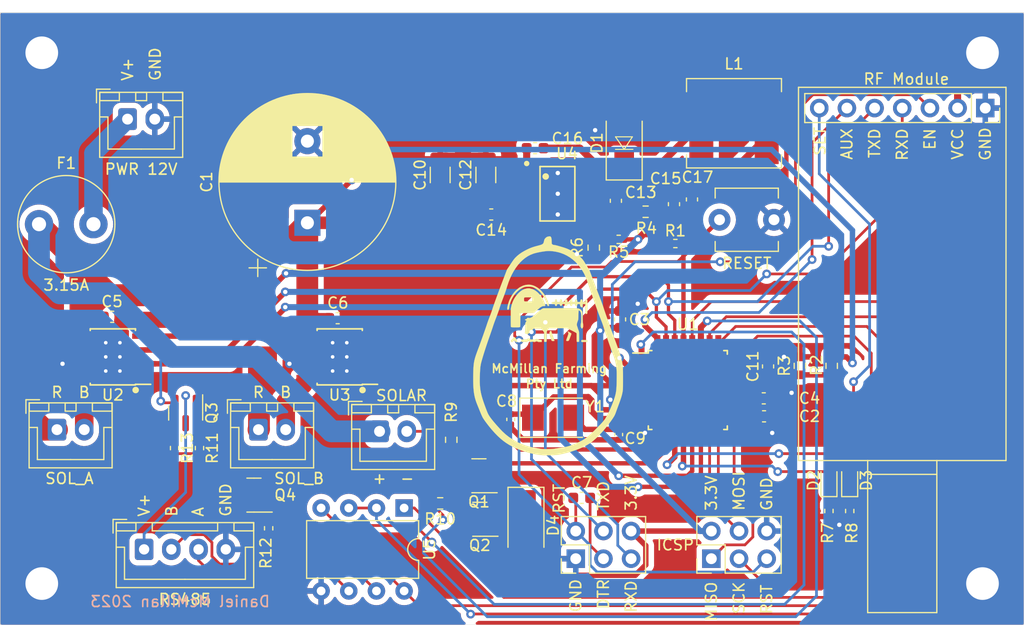
<source format=kicad_pcb>
(kicad_pcb (version 20221018) (generator pcbnew)
  (layers (0 "F.Cu" signal) (31 "B.Cu" signal) (34 "B.Paste" user) (35 "F.Paste" user) (36 "B.SilkS" user "B.Silkscreen") (37 "F.SilkS" user "F.Silkscreen") (38 "B.Mask" user) (39 "F.Mask" user) (44 "Edge.Cuts" user))
  (net 0 "")
  (net 1 "GND")
  (net 2 "+12V")
  (net 3 "+3.3V")
  (net 4 "Net-(U1-AREF)")
  (net 5 "/RESET")
  (net 6 "/DTR")
  (net 7 "Net-(U1-XTAL1{slash}PB6)")
  (net 8 "Net-(U1-XTAL2{slash}PB7)")
  (net 9 "/BAT_AIN")
  (net 10 "Net-(U4-COMP)")
  (net 11 "Net-(U4-SS)")
  (net 12 "Net-(C15-Pad1)")
  (net 13 "Net-(D1-K)")
  (net 14 "Net-(U4-BOOT)")
  (net 15 "Net-(D2-K)")
  (net 16 "/SOL_A2")
  (net 17 "/SOL_A1")
  (net 18 "/RF_SET")
  (net 19 "/RF_AUX")
  (net 20 "/RXD")
  (net 21 "/TXD")
  (net 22 "/RF_EN")
  (net 23 "/MOSI")
  (net 24 "/SCK")
  (net 25 "/MISO")
  (net 26 "/SOL_B2")
  (net 27 "/SOL_B1")
  (net 28 "Net-(D3-K)")
  (net 29 "Net-(D4-K)")
  (net 30 "Net-(J6-Pin_1)")
  (net 31 "/DRV_A2")
  (net 32 "/DRV_A1")
  (net 33 "/DRV_B2")
  (net 34 "/DRV_B1")
  (net 35 "Net-(J8-Pin_1)")
  (net 36 "/LED_1")
  (net 37 "Net-(J8-Pin_2)")
  (net 38 "/LED_2")
  (net 39 "Net-(J8-Pin_3)")
  (net 40 "/PD3")
  (net 41 "/PC3")
  (net 42 "/PC2")
  (net 43 "/SOLAR_LOW")
  (net 44 "Net-(Q1-G)")
  (net 45 "Net-(Q2-B)")
  (net 46 "Net-(Q3-B)")
  (net 47 "Net-(Q4-B)")
  (net 48 "Net-(Q4-C)")
  (net 49 "Net-(U4-VSENSE)")
  (net 53 "/PC4")
  (net 54 "/PC5")
  (footprint "Capacitor_THT:CP_Radial_D16.0mm_P7.50mm" (layer "F.Cu") (at 110.49 86.995 90)
    (fp_text reference "C1")
    (fp_text value "4700uF")
  )
  (footprint "Capacitor_SMD:C_0603_1608Metric" (layer "F.Cu") (at 152.413 104.775)
    (fp_text reference "C2")
    (fp_text value "100nF")
  )
  (footprint "Capacitor_SMD:C_0603_1608Metric" (layer "F.Cu") (at 139.192 95.872 90)
    (fp_text reference "C3")
    (fp_text value "100nF")
  )
  (footprint "Capacitor_SMD:C_0603_1608Metric" (layer "F.Cu") (at 152.387 103.124)
    (fp_text reference "C4")
    (fp_text value "100nF")
  )
  (footprint "Capacitor_SMD:C_0603_1608Metric" (layer "F.Cu") (at 92.57 95.631 180)
    (fp_text reference "C5")
    (fp_text value "100nF")
  )
  (footprint "Capacitor_SMD:C_0603_1608Metric" (layer "F.Cu") (at 113.271 95.758 180)
    (fp_text reference "C6")
    (fp_text value "100nF")
  )
  (footprint "Capacitor_SMD:C_0603_1608Metric" (layer "F.Cu") (at 135.6738 112.268 180)
    (fp_text reference "C7")
    (fp_text value "100nF")
  )
  (footprint "Capacitor_SMD:C_0402_1005Metric" (layer "F.Cu") (at 129.159 105.057 90)
    (fp_text reference "C8")
    (fp_text value "22pF")
  )
  (footprint "Capacitor_SMD:C_0402_1005Metric" (layer "F.Cu") (at 139.065 106.454 90)
    (fp_text reference "C9")
    (fp_text value "22pF")
  )
  (footprint "Capacitor_SMD:C_0603_1608Metric" (layer "F.Cu") (at 152.781 100.19 90)
    (fp_text reference "C11")
    (fp_text value "100nF")
  )
  (footprint "Inductor_THT:L_Radial_D8.7mm_P5.00mm_Fastron_07HCP" (layer "F.Cu") (at 85.852 87.122)
    (fp_text reference "F1")
    (fp_text value "3.15A")
  )
  (footprint "MountingHole:MountingHole_3mm_Pad" (layer "F.Cu") (at 86.106 120.142)
    (fp_text reference "H2")
    (fp_text value "MountingHole_Pad" hide)
  )
  (footprint "MountingHole:MountingHole_3mm_Pad" (layer "F.Cu") (at 86.106 71.374)
    (fp_text reference "H3")
    (fp_text value "MountingHole_Pad" hide)
  )
  (footprint "MountingHole:MountingHole_3mm_Pad" (layer "F.Cu") (at 172.466 71.374)
    (fp_text reference "H4")
    (fp_text value "MountingHole_Pad" hide)
  )
  (footprint "Connector_JST:JST_XH_B2B-XH-A_1x02_P2.50mm_Vertical" (layer "F.Cu") (at 87.503 106)
    (fp_text reference "J1")
    (fp_text value "SOL_A")
  )
  (footprint "lib:YL_800T" (layer "F.Cu") (at 172.72 76.454 -90)
    (fp_text reference "J2")
    (fp_text value "RF Module")
  )
  (footprint "Connector_PinHeader_2.54mm:PinHeader_2x03_P2.54mm_Vertical" (layer "F.Cu") (at 147.574 117.856 90)
    (fp_text reference "J3")
    (fp_text value "ICSP")
  )
  (footprint "Connector_JST:JST_XH_B2B-XH-A_1x02_P2.50mm_Vertical" (layer "F.Cu") (at 106 106)
    (fp_text reference "J5")
    (fp_text value "SOL_B")
  )
  (footprint "Connector_JST:JST_XH_B2B-XH-A_1x02_P2.50mm_Vertical" (layer "F.Cu") (at 93.98 77.47)
    (fp_text reference "J6")
    (fp_text value "PWR 12V")
  )
  (footprint "Connector_PinHeader_2.54mm:PinHeader_2x03_P2.54mm_Vertical" (layer "F.Cu") (at 135.128 117.856 90)
    (fp_text reference "J7")
    (fp_text value "UART")
  )
  (footprint "Resistor_SMD:R_0402_1005Metric" (layer "F.Cu") (at 144.27 88.9)
    (fp_text reference "R1")
    (fp_text value "10k")
  )
  (footprint "Resistor_SMD:R_0603_1608Metric" (layer "F.Cu") (at 158.623 100.139 -90)
    (fp_text reference "R2")
    (fp_text value "5.1M")
  )
  (footprint "Resistor_SMD:R_0603_1608Metric" (layer "F.Cu") (at 155.702 100.14 90)
    (fp_text reference "R3")
    (fp_text value "390k")
  )
  (footprint "lib:SW_SPST_THT_5.0mm" (layer "F.Cu") (at 150.8252 86.7156)
    (fp_text reference "SW1")
    (fp_text value "RESET")
  )
  (footprint "Package_QFP:TQFP-32_7x7mm_P0.8mm" (layer "F.Cu") (at 145.415 102.362)
    (fp_text reference "U1")
    (fp_text value "ATmega328P-AU")
  )
  (footprint "Package_SO:Texas_HTSOP-8-1EP_3.9x4.9mm_P1.27mm_EP2.95x4.9mm_Mask2.4x3.1mm_ThermalVias" (layer "F.Cu") (at 92.629 99.314 180)
    (fp_text reference "U2")
    (fp_text value "DRV8870DDA")
  )
  (footprint "Package_SO:Texas_HTSOP-8-1EP_3.9x4.9mm_P1.27mm_EP2.95x4.9mm_Mask2.4x3.1mm_ThermalVias" (layer "F.Cu") (at 113.457 99.314 180)
    (fp_text reference "U3")
    (fp_text value "DRV8870DDA")
  )
  (footprint "Crystal:Crystal_SMD_5032-2Pin_5.0x3.2mm" (layer "F.Cu") (at 133.041 104.902)
    (fp_text reference "Y1")
    (fp_text value "8MHz")
  )
  (footprint "LED_SMD:LED_0603_1608Metric" (layer "F.Cu") (at 158.369 110.6675 90)
    (fp_text reference "D2")
    (fp_text value "LED")
  )
  (footprint "LED_SMD:LED_0603_1608Metric" (layer "F.Cu") (at 160.274 110.6675 90)
    (fp_text reference "D3")
    (fp_text value "LED")
  )
  (footprint "Resistor_SMD:R_0402_1005Metric" (layer "F.Cu") (at 158.369 113.4725 -90)
    (fp_text reference "R7")
    (fp_text value "330")
  )
  (footprint "Resistor_SMD:R_0402_1005Metric" (layer "F.Cu") (at 160.278 113.4765 -90)
    (fp_text reference "R8")
    (fp_text value "330")
  )
  (footprint "Resistor_SMD:R_0603_1608Metric" (layer "F.Cu") (at 136.779 89.281 -90)
    (fp_text reference "R6")
    (fp_text value "3k")
  )
  (footprint "Resistor_SMD:R_0402_1005Metric" (layer "F.Cu") (at 139.067 88.519 180)
    (fp_text reference "R5")
    (fp_text value "10k")
  )
  (footprint "Resistor_SMD:R_0603_1608Metric" (layer "F.Cu") (at 141.542 85.979)
    (fp_text reference "R4")
    (fp_text value "750")
  )
  (footprint "lib:L_8x8mm_H4mm" (layer "F.Cu") (at 149.654 77.851)
    (fp_text reference "L1")
    (fp_text value "33uH")
  )
  (footprint "Diode_SMD:D_SMA" (layer "F.Cu") (at 139.573 79.661 90)
    (fp_text reference "D1")
    (fp_text value "550mV 1A")
  )
  (footprint "Capacitor_SMD:C_0603_1608Metric" (layer "F.Cu") (at 145.796 84.849 90)
    (fp_text reference "C17")
    (fp_text value "22uF 6.3V")
  )
  (footprint "Capacitor_SMD:C_0603_1608Metric" (layer "F.Cu") (at 138.811 84.976 90)
    (fp_text reference "C13")
    (fp_text value "6.8nF")
  )
  (footprint "Capacitor_SMD:C_1206_3216Metric" (layer "F.Cu") (at 122.682 82.599 90)
    (fp_text reference "C10")
    (fp_text value "10uF")
  )
  (footprint "Capacitor_SMD:C_0603_1608Metric" (layer "F.Cu") (at 127.368 86.233 180)
    (fp_text reference "C14")
    (fp_text value "8.2nF")
  )
  (footprint "Capacitor_SMD:C_0603_1608Metric" (layer "F.Cu") (at 144.145 85.283 90)
    (fp_text reference "C15")
    (fp_text value "22nF 25V")
  )
  (footprint "Capacitor_SMD:C_0603_1608Metric" (layer "F.Cu") (at 131.3945 80.137 180)
    (fp_text reference "C16")
    (fp_text value "100nF")
  )
  (footprint "Capacitor_SMD:C_1206_3216Metric" (layer "F.Cu") (at 126.873 82.599 90)
    (fp_text reference "C12")
    (fp_text value "10uF")
  )
  (footprint "TPS54331DR:Texas_Instruments-TPS54331DR-Level_A" (layer "F.Cu") (at 133.446002 84.328)
    (fp_text reference "U4")
    (fp_text value "TPS54331DR")
  )
  (footprint "lib:avocado" (layer "F.Cu") (at 132.75695 98.364395)
    (fp_text reference "G***" hide)
    (fp_text value "LOGO" hide)
  )
  (footprint "Connector_JST:JST_XH_B4B-XH-A_1x04_P2.50mm_Vertical" (layer "F.Cu") (at 95.5 117)
    (fp_text reference "J8")
    (fp_text value "RS485")
  )
  (footprint "MountingHole:MountingHole_3mm_Pad" (layer "F.Cu") (at 172.466 120.142)
    (fp_text reference "H1")
    (fp_text value "MountingHole_Pad" hide)
  )
  (footprint "Connector_JST:JST_XH_B2B-XH-A_1x02_P2.50mm_Vertical" (layer "F.Cu") (at 117.114 106.155)
    (fp_text reference "J9")
    (fp_text value "SOLAR")
  )
  (footprint "Package_TO_SOT_SMD:SOT-23" (layer "F.Cu") (at 126.238 110.236 180)
    (fp_text reference "Q1")
    (fp_text value "N >1A@4VGS")
  )
  (footprint "Package_TO_SOT_SMD:SOT-23" (layer "F.Cu") (at 99.314 104.4725 -90)
    (fp_text reference "Q3")
    (fp_text value "PNP")
  )
  (footprint "Package_TO_SOT_SMD:SOT-23" (layer "F.Cu") (at 105.5855 112.014 180)
    (fp_text reference "Q4")
    (fp_text value "NPN")
  )
  (footprint "Diode_SMD:D_SMA" (layer "F.Cu") (at 130.556 114.808 -90)
    (fp_text reference "D4")
    (fp_text value "550mV 1A")
  )
  (footprint "Resistor_SMD:R_0402_1005Metric" (layer "F.Cu") (at 98.298 107.694 -90)
    (fp_text reference "R13")
    (fp_text value "20k")
  )
  (footprint "Package_TO_SOT_SMD:SOT-23" (layer "F.Cu") (at 126.3165 114.234 180)
    (fp_text reference "Q2")
    (fp_text value "PNP")
  )
  (footprint "Resistor_SMD:R_0402_1005Metric" (layer "F.Cu") (at 100.584 107.694 -90)
    (fp_text reference "R11")
    (fp_text value "10k")
  )
  (footprint "Resistor_SMD:R_0603_1608Metric" (layer "F.Cu") (at 122.682 112.776 180)
    (fp_text reference "R10")
    (fp_text value "220k")
  )
  (footprint "Package_DIP:DIP-8_W7.62mm" (layer "F.Cu") (at 119.37 113.2 -90)
    (fp_text reference "U5")
    (fp_text value "MAX3485")
  )
  (footprint "Resistor_SMD:R_0402_1005Metric" (layer "F.Cu") (at 106.934 115.062 90)
    (fp_text reference "R12")
    (fp_text value "10k")
  )
  (footprint "Resistor_SMD:R_0603_1608Metric" (layer "F.Cu") (at 123.698 106.934 90)
    (fp_text reference "R9")
    (fp_text value "220k")
  )
  (gr_line (start 82.296 67.691) (end 176.276 67.691) (stroke (width 0.05)) (layer "Edge.Cuts"))
  (gr_line (start 176.276 67.691) (end 176.276 123.952) (stroke (width 0.05)) (layer "Edge.Cuts"))
  (gr_line (start 82.296 123.952) (end 82.296 67.691) (stroke (width 0.05)) (layer "Edge.Cuts"))
  (gr_line (start 176.276 123.952) (end 82.296 123.952) (stroke (width 0.05)) (layer "Edge.Cuts"))
  (gr_text "Daniel McMillan 2023" (at 98.806 121.793) (layer "B.SilkS") (effects (font (size 1 1) (thickness 0.153)) (justify mirror)))
  (segment (start 138.303 83.693) (end 138.811 84.201) (width 0.65) (layer "F.Cu") (net 1))
  (segment (start 136.271 83.693) (end 138.303 83.693) (width 0.65) (layer "F.Cu") (net 1))
  (segment (start 122.809 81.124) (end 126.873 81.124) (width 1.15) (layer "F.Cu") (net 1))
  (segment (start 149.665 101.962) (end 154.032 101.962) (width 0.5) (layer "F.Cu") (net 1))
  (segment (start 139.989998 101.162) (end 139.262 101.162) (width 0.5) (layer "F.Cu") (net 1))
  (segment (start 129.159 105.792112) (end 129.159 105.537) (width 0.5) (layer "F.Cu") (net 1))
  (segment (start 130.556 116.808) (end 132.556 116.808) (width 0.25) (layer "F.Cu") (net 1))
  (segment (start 140.843 106.934) (end 141.478 106.299) (width 0.5) (layer "F.Cu") (net 1))
  (segment (start 139.065 106.934) (end 130.300888 106.934) (width 0.5) (layer "F.Cu") (net 1))
  (segment (start 144.145 84.508) (end 145.362 84.508) (width 0.25) (layer "F.Cu") (net 1))
  (segment (start 149.665 101.962) (end 152 101.962) (width 0.5) (layer "F.Cu") (net 1))
  (segment (start 89.754 99.949) (end 88.011 99.949) (width 0.5) (layer "F.Cu") (net 1))
  (segment (start 133.604 117.856) (end 135.128 117.856) (width 0.25) (layer "F.Cu") (net 1))
  (segment (start 145.362 84.508) (end 145.796 84.074) (width 0.25) (layer "F.Cu") (net 1))
  (segment (start 132.556 116.808) (end 133.604 117.856) (width 0.25) (layer "F.Cu") (net 1))
  (segment (start 130.300888 106.934) (end 129.159 105.792112) (width 0.5) (layer "F.Cu") (net 1))
  (segment (start 139.262 101.162) (end 138.43 100.33) (width 0.5) (layer "F.Cu") (net 1))
  (segment (start 152 101.962) (end 153.162 103.124) (width 0.5) (layer "F.Cu") (net 1))
  (segment (start 108.839 99.949) (end 110.582 99.949) (width 0.5) (layer "F.Cu") (net 1))
  (segment (start 141.165 102.762) (end 138.792 102.762) (width 0.5) (layer "F.Cu") (net 1))
  (segment (start 140.843 106.934) (end 139.065 106.934) (width 0.5) (layer "F.Cu") (net 1))
  (segment (start 141.165 101.162) (end 139.989998 101.162) (width 0.5) (layer "F.Cu") (net 1))
  (segment (start 138.792 102.762) (end 138.303 103.251) (width 0.5) (layer "F.Cu") (net 1))
  (via (at 133.477 84.328) (size 0.8) (drill 0.4) (layers "F.Cu" "B.Cu") (net 1))
  (via (at 133.477 82.423) (size 0.8) (drill 0.4) (layers "F.Cu" "B.Cu") (net 1))
  (via (at 133.477 86.233) (size 0.8) (drill 0.4) (layers "F.Cu" "B.Cu") (net 1))
  (via (at 138.303 103.251) (size 0.8) (drill 0.4) (layers "F.Cu" "B.Cu") (net 1))
  (via (at 135.2296 89.8652) (size 0.8) (drill 0.4) (layers "F.Cu" "B.Cu") (net 1))
  (via (at 88.011 99.949) (size 0.8) (drill 0.4) (layers "F.Cu" "B.Cu") (net 1))
  (via (at 136.906 78.486) (size 0.8) (drill 0.4) (layers "F.Cu" "B.Cu") (net 1))
  (via (at 153.162 106.299) (size 0.8) (drill 0.4) (layers "F.Cu" "B.Cu") (net 1))
  (via (at 154.2415 99.314) (size 0.8) (drill 0.4) (layers "F.Cu" "B.Cu") (net 1))
  (via (at 108.839 99.949) (size 0.8) (drill 0.4) (layers "F.Cu" "B.Cu") (net 1))
  (via (at 141.478 106.299) (size 0.8) (drill 0.4) (layers "F.Cu" "B.Cu") (net 1))
  (via (at 154.94 102.616) (size 0.8) (drill 0.4) (layers "F.Cu" "B.Cu") (net 1))
  (via (at 159.3215 114.7445) (size 0.8) (drill 0.4) (layers "F.Cu" "B.Cu") (net 1))
  (via (at 140.8176 94.4372) (size 0.8) (drill 0.4) (layers "F.Cu" "B.Cu") (net 1))
  (segment (start 122.809 84.074) (end 126.873 84.074) (width 1.15) (layer "F.Cu") (net 2))
  (segment (start 122.301 84.074) (end 122.682 84.074) (width 1.15) (layer "F.Cu") (net 2))
  (segment (start 98.298 103.601) (end 98.298 107.184) (width 0.25) (layer "F.Cu") (net 2))
  (segment (start 93.65599 93.65599) (end 92.38599 93.65599) (width 2) (layer "F.Cu") (net 2))
  (segment (start 158.623 99.314) (end 159.9692 99.314) (width 0.5) (layer "F.Cu") (net 2))
  (segment (start 100.116988 93.65599) (end 93.65599 93.65599) (width 2) (layer "F.Cu") (net 2))
  (segment (start 110.49 86.995) (end 103.82901 93.65599) (width 2) (layer "F.Cu") (net 2))
  (segment (start 114.554 83.058) (end 110.617 86.995) (width 0.5) (layer "F.Cu") (net 2))
  (segment (start 159.9692 99.314) (end 160.528 99.8728) (width 0.5) (layer "F.Cu") (net 2))
  (segment (start 130.621001 83.693) (end 127.254 83.693) (width 0.65) (layer "F.Cu") (net 2))
  (segment (start 127.254 83.693) (end 126.873 84.074) (width 0.65) (layer "F.Cu") (net 2))
  (segment (start 98.364 103.535) (end 97.185 103.535) (width 0.25) (layer "F.Cu") (net 2))
  (segment (start 110.718 86.995) (end 110.49 86.995) (width 0.65) (layer "F.Cu") (net 2))
  (segment (start 89.653999 90.923999) (end 85.852 87.122) (width 2) (layer "F.Cu") (net 2))
  (segment (start 110.617 86.995) (end 110.49 86.995) (width 0.5) (layer "F.Cu") (net 2))
  (segment (start 110.481999 87.003001) (end 110.481999 96.765999) (width 2) (layer "F.Cu") (net 2))
  (segment (start 112.496 95.758) (end 111.489998 95.758) (width 0.95) (layer "F.Cu") (net 2))
  (segment (start 93.65599 93.65599) (end 91.662008 93.65599) (width 2) (layer "F.Cu") (net 2))
  (segment (start 91.795 95.631) (end 90.632 95.631) (width 0.95) (layer "F.Cu") (net 2))
  (segment (start 89.653999 96.688) (end 89.653999 90.923999) (width 2) (layer "F.Cu") (net 2))
  (segment (start 92.38599 93.65599) (end 89.653999 90.923999) (width 2) (layer "F.Cu") (net 2))
  (segment (start 100.116988 93.65599) (end 103.82901 93.65599) (width 2) (layer "F.Cu") (net 2))
  (segment (start 110.49 86.995) (end 110.481999 87.003001) (width 2) (layer "F.Cu") (net 2))
  (segment (start 89.653999 96.609001) (end 89.653999 96.688) (width 0.65) (layer "F.Cu") (net 2))
  (segment (start 98.364 103.535) (end 98.298 103.601) (width 0.25) (layer "F.Cu") (net 2))
  (segment (start 97.185 103.535) (end 97.028 103.378) (width 0.25) (layer "F.Cu") (net 2))
  (segment (start 91.662008 93.65599) (end 89.653999 95.663999) (width 2) (layer "F.Cu") (net 2))
  (segment (start 111.489998 95.758) (end 110.481999 96.765999) (width 0.95) (layer "F.Cu") (net 2))
  (segment (start 110.49 86.995) (end 119.38 86.995) (width 1.15) (layer "F.Cu") (net 2))
  (segment (start 119.38 86.995) (end 122.301 84.074) (width 1.15) (layer "F.Cu") (net 2))
  (via (at 160.528 99.8728) (size 0.8) (drill 0.4) (layers "F.Cu" "B.Cu") (net 2))
  (via (at 114.554 83.058) (size 0.8) (drill 0.4) (layers "F.Cu" "B.Cu") (net 2))
  (via (at 97.028 103.378) (size 0.8) (drill 0.4) (layers "F.Cu" "B.Cu") (net 2))
  (segment (start 85.852 87.122) (end 85.852 91.567) (width 2) (layer "B.Cu") (net 2))
  (segment (start 123.19 80.264) (end 117.348 80.264) (width 0.5) (layer "B.Cu") (net 2))
  (segment (start 92.249453 93.472) (end 95.654727 96.877273) (width 2) (layer "B.Cu") (net 2))
  (segment (start 153.1112 80.264) (end 160.528 87.6808) (width 0.5) (layer "B.Cu") (net 2))
  (segment (start 117.348 80.264) (end 114.554 83.058) (width 0.5) (layer "B.Cu") (net 2))
  (segment (start 97.028 103.378) (end 97.028 98.250546) (width 0.25) (layer "B.Cu") (net 2))
  (segment (start 87.757 93.472) (end 92.249453 93.472) (width 2) (layer "B.Cu") (net 2))
  (segment (start 97.028 98.250546) (end 95.654727 96.877273) (width 0.25) (layer "B.Cu") (net 2))
  (segment (start 85.852 91.567) (end 87.757 93.472) (width 2) (layer "B.Cu") (net 2))
  (segment (start 95.654727 96.877273) (end 98.091454 99.314) (width 2) (layer "B.Cu") (net 2))
  (segment (start 112.711547 106.155) (end 117.114 106.155) (width 2) (layer "B.Cu") (net 2))
  (segment (start 123.19 80.264) (end 153.1112 80.264) (width 0.5) (layer "B.Cu") (net 2))
  (segment (start 105.870547 99.314) (end 112.711547 106.155) (width 2) (layer "B.Cu") (net 2))
  (segment (start 160.528 87.6808) (end 160.528 99.8728) (width 0.5) (layer "B.Cu") (net 2))
  (segment (start 98.091454 99.314) (end 105.870547 99.314) (width 2) (layer "B.Cu") (net 2))
  (segment (start 139.577 88.519) (end 140.843 88.519) (width 0.4) (layer "F.Cu") (net 3))
  (segment (start 146.151 85.624) (end 145.796 85.624) (width 0.65) (layer "F.Cu") (net 3))
  (segment (start 152.654 77.216) (end 152.654 77.851) (width 0.65) (layer "F.Cu") (net 3))
  (segment (start 145.891 104.362) (end 145.091 103.562) (width 0.5) (layer "F.Cu") (net 3))
  (segment (start 141.165 101.962) (end 136.558715 101.962) (width 0.5) (layer "F.Cu") (net 3))
  (segment (start 137.577001 104.176001) (end 137.377999 103.976999) (width 0.5) (layer "F.Cu") (net 3))
  (segment (start 141.165 103.562) (end 139.361002 103.562) (width 0.5) (layer "F.Cu") (net 3))
  (segment (start 95.504 97.409) (end 102.763006 97.409) (width 0.5) (layer "F.Cu") (net 3))
  (segment (start 140.208 115.316) (end 147.574 115.316) (width 0.5) (layer "F.Cu") (net 3))
  (segment (start 152.654 77.851) (end 152.654 79.121) (width 0.65) (layer "F.Cu") (net 3))
  (segment (start 168.783 73.533) (end 156.337 73.533) (width 0.65) (layer "F.Cu") (net 3))
  (segment (start 168.783 73.533) (end 170.18 74.93) (width 0.65) (layer "F.Cu") (net 3))
  (segment (start 141.35701 88.00499) (end 145.16701 88.00499) (width 0.65) (layer "F.Cu") (net 3))
  (segment (start 137.377999 102.730484) (end 136.628515 101.981) (width 0.5) (layer "F.Cu") (net 3))
  (segment (start 149.665 104.362) (end 151.225 104.362) (width 0.5) (layer "F.Cu") (net 3))
  (segment (start 130.41734 119.38) (end 128.778 117.74066) (width 0.5) (layer "F.Cu") (net 3))
  (segment (start 140.208 115.316) (end 141.558 116.666) (width 0.5) (layer "F.Cu") (net 3))
  (segment (start 128.778 117.74066) (end 128.778 114.808) (width 0.5) (layer "F.Cu") (net 3))
  (segment (start 128.778 114.808) (end 127.254 113.284) (width 0.5) (layer "F.Cu") (net 3))
  (segment (start 145.796 87.376) (end 145.16701 88.00499) (width 0.65) (layer "F.Cu") (net 3))
  (segment (start 137.6172 96.647) (end 137.3632 96.901) (width 0.55) (layer "F.Cu") (net 3))
  (segment (start 143.76 88.9) (end 143.76 88.58) (width 0.5) (layer "F.Cu") (net 3))
  (segment (start 149.665 104.362) (end 145.891 104.362) (width 0.5) (layer "F.Cu") (net 3))
  (segment (start 121.412 97.409) (end 116.332 97.409) (width 0.5) (layer "F.Cu") (net 3))
  (segment (start 145.091 103.562) (end 141.165 103.562) (width 0.5) (layer "F.Cu") (net 3))
  (segment (start 152.654 79.121) (end 146.151 85.624) (width 0.65) (layer "F.Cu") (net 3))
  (segment (start 137.377999 103.976999) (end 137.377999 102.730484) (width 0.5) (layer "F.Cu") (net 3))
  (segment (start 136.552315 101.9556) (end 125.9586 101.9556) (width 0.5) (layer "F.Cu") (net 3))
  (segment (start 139.192 96.647) (end 137.6172 96.647) (width 0.55) (layer "F.Cu") (net 3))
  (segment (start 143.76 88.58) (end 144.33501 88.00499) (width 0.5) (layer "F.Cu") (net 3))
  (segment (start 125.9586 101.9556) (end 121.412 97.409) (width 0.5) (layer "F.Cu") (net 3))
  (segment (start 140.593189 119.38) (end 130.41734 119.38) (width 0.5) (layer "F.Cu") (net 3))
  (segment (start 151.225 104.362) (end 151.638 104.775) (width 0.5) (layer "F.Cu") (net 3))
  (segment (start 144.33501 88.00499) (end 145.16701 88.00499) (width 0.5) (layer "F.Cu") (net 3))
  (segment (start 138.747001 104.176001) (end 137.577001 104.176001) (width 0.5) (layer "F.Cu") (net 3))
  (segment (start 139.361002 103.562) (end 138.747001 104.176001) (width 0.5) (layer "F.Cu") (net 3))
  (segment (start 138.538012 101.962) (end 136.8552 100.279188) (width 0.5) (layer "F.Cu") (net 3))
  (segment (start 170.18 74.93) (end 170.18 76.454) (width 0.65) (layer "F.Cu") (net 3))
  (segment (start 156.337 73.533) (end 152.654 77.216) (width 0.65) (layer "F.Cu") (net 3))
  (segment (start 102.763006 97.409) (end 108.531503 91.640503) (width 0.5) (layer "F.Cu") (net 3))
  (segment (start 136.8552 97.409) (end 137.3632 96.901) (width 0.55) (layer "F.Cu") (net 3))
  (segment (start 145.796 85.624) (end 145.796 87.376) (width 0.65) (layer "F.Cu") (net 3))
  (segment (start 141.558 118.415189) (end 140.593189 119.38) (width 0.5) (layer "F.Cu") (net 3))
  (segment (start 136.8552 100.279188) (end 136.8552 97.409) (width 0.55) (layer "F.Cu") (net 3))
  (segment (start 140.843 88.519) (end 141.35701 88.00499) (width 0.65) (layer "F.Cu") (net 3))
  (segment (start 141.558 116.666) (end 141.558 118.415189) (width 0.5) (layer "F.Cu") (net 3))
  (via (at 140.843 88.519) (size 0.8) (drill 0.4) (layers "F.Cu" "B.Cu") (net 3))
  (via (at 137.3632 96.901) (size 0.8) (drill 0.4) (layers "F.Cu" "B.Cu") (net 3))
  (via (at 108.531503 91.640503) (size 0.8) (drill 0.4) (layers "F.Cu" "B.Cu") (net 3))
  (segment (start 137.3632 96.901) (end 137.377999 96.915799) (width 0.55) (layer "B.Cu") (net 3))
  (segment (start 137.721497 91.640503) (end 108.531503 91.640503) (width 0.65) (layer "B.Cu") (net 3))
  (segment (start 137.3632 96.901) (end 137.3632 91.9988) (width 0.55) (layer "B.Cu") (net 3))
  (segment (start 146.558 115.316) (end 147.574 115.316) (width 0.55) (layer "B.Cu") (net 3))
  (segment (start 140.843 88.519) (end 137.721497 91.640503) (width 0.65) (layer "B.Cu") (net 3))
  (segment (start 137.377999 106.135999) (end 146.558 115.316) (width 0.55) (layer "B.Cu") (net 3))
  (segment (start 137.377999 96.915799) (end 137.377999 106.135999) (width 0.55) (layer "B.Cu") (net 3))
  (segment (start 137.3632 91.9988) (end 137.721497 91.640503) (width 0.55) (layer "B.Cu") (net 3))
  (segment (start 151.25 102.762) (end 151.612 103.124) (width 0.55) (layer "F.Cu") (net 4))
  (segment (start 149.665 102.762) (end 151.25 102.762) (width 0.5) (layer "F.Cu") (net 4))
  (segment (start 145.015 90.0258) (end 148.3252 86.7156) (width 0.4) (layer "F.Cu") (net 5))
  (segment (start 135.128 115.316) (end 135.128 112.4972) (width 0.25) (layer "F.Cu") (net 5))
  (segment (start 145.015 98.112) (end 145.015 90.0258) (width 0.4) (layer "F.Cu") (net 5))
  (segment (start 129.521001 96.281003) (end 134.743004 91.059) (width 0.25) (layer "F.Cu") (net 5))
  (segment (start 138.43 90.551) (end 144.4898 90.551) (width 0.25) (layer "F.Cu") (net 5))
  (segment (start 144.78 88.9) (end 146.1408 88.9) (width 0.4) (layer "F.Cu") (net 5))
  (segment (start 129.921 97.79) (end 129.521001 97.390001) (width 0.25) (layer "F.Cu") (net 5))
  (segment (start 135.128 112.4972) (end 134.8988 112.268) (width 0.25) (layer "F.Cu") (net 5))
  (segment (start 129.521001 97.390001) (end 129.521001 96.281003) (width 0.25) (layer "F.Cu") (net 5))
  (segment (start 134.743004 91.059) (end 137.922 91.059) (width 0.25) (layer "F.Cu") (net 5))
  (segment (start 137.922 91.059) (end 138.43 90.551) (width 0.25) (layer "F.Cu") (net 5))
  (segment (start 144.4898 90.551) (end 145.015 90.0258) (width 0.25) (layer "F.Cu") (net 5))
  (via (at 129.921 97.79) (size 0.8) (drill 0.4) (layers "F.Cu" "B.Cu") (net 5))
  (segment (start 151.428999 119.081001) (end 152.654 117.856) (width 0.25) (layer "B.Cu") (net 5))
  (segment (start 136.442999 116.630999) (end 136.442999 118.444001) (width 0.25) (layer "B.Cu") (net 5))
  (segment (start 135.128 115.316) (end 136.442999 116.630999) (width 0.25) (layer "B.Cu") (net 5))
  (segment (start 135.128 115.316) (end 129.921 110.109) (width 0.25) (layer "B.Cu") (net 5))
  (segment (start 129.921 110.109) (end 129.921 97.79) (width 0.25) (layer "B.Cu") (net 5))
  (segment (start 136.442999 118.444001) (end 137.079999 119.081001) (width 0.25) (layer "B.Cu") (net 5))
  (segment (start 137.079999 119.081001) (end 151.428999 119.081001) (width 0.25) (layer "B.Cu") (net 5))
  (segment (start 136.4488 112.268) (end 136.443 112.2738) (width 0.25) (layer "F.Cu") (net 6))
  (segment (start 136.443 116.631) (end 137.668 117.856) (width 0.25) (layer "F.Cu") (net 6))
  (segment (start 136.443 112.2738) (end 136.443 116.631) (width 0.25) (layer "F.Cu") (net 6))
  (segment (start 130.866 104.577) (end 129.159 104.577) (width 0.5) (layer "F.Cu") (net 7))
  (segment (start 139.293008 105.01399) (end 139.944998 104.362) (width 0.55) (layer "F.Cu") (net 7))
  (segment (start 136.271 102.997) (end 136.577989 103.303989) (width 0.55) (layer "F.Cu") (net 7))
  (segment (start 133.096 102.997) (end 131.191 104.902) (width 0.5) (layer "F.Cu") (net 7))
  (segment (start 136.577989 104.308373) (end 137.283606 105.01399) (width 0.55) (layer "F.Cu") (net 7))
  (segment (start 131.191 104.902) (end 130.866 104.577) (width 0.5) (layer "F.Cu") (net 7))
  (segment (start 133.604 102.997) (end 133.096 102.997) (width 0.5) (layer "F.Cu") (net 7))
  (segment (start 136.577989 103.303989) (end 136.577989 104.308373) (width 0.55) (layer "F.Cu") (net 7))
  (segment (start 139.944998 104.362) (end 141.165 104.362) (width 0.55) (layer "F.Cu") (net 7))
  (segment (start 133.604 102.997) (end 136.271 102.997) (width 0.55) (layer "F.Cu") (net 7))
  (segment (start 137.283606 105.01399) (end 139.293008 105.01399) (width 0.55) (layer "F.Cu") (net 7))
  (segment (start 135.963 105.974) (end 134.891 104.902) (width 0.5) (layer "F.Cu") (net 8))
  (segment (start 139.065 105.974) (end 135.963 105.974) (width 0.5) (layer "F.Cu") (net 8))
  (segment (start 139.065 105.974) (end 140.353 105.974) (width 0.55) (layer "F.Cu") (net 8))
  (segment (start 140.353 105.974) (end 141.165 105.162) (width 0.55) (layer "F.Cu") (net 8))
  (segment (start 158.622 100.965) (end 158.623 100.964) (width 0.55) (layer "F.Cu") (net 9))
  (segment (start 150.885001 100.361999) (end 151.488002 100.965) (width 0.5) (layer "F.Cu") (net 9))
  (segment (start 149.665 100.362) (end 150.885001 100.361999) (width 0.5) (layer "F.Cu") (net 9))
  (segment (start 151.488002 100.965) (end 158.622 100.965) (width 0.5) (layer "F.Cu") (net 9))
  (segment (start 138.811 85.751) (end 138.336 85.751) (width 0.65) (layer "F.Cu") (net 10))
  (segment (start 137.548 84.963) (end 136.271 84.963) (width 0.65) (layer "F.Cu") (net 10))
  (segment (start 138.336 85.751) (end 137.548 84.963) (width 0.65) (layer "F.Cu") (net 10))
  (segment (start 138.811 85.751) (end 140.489 85.751) (width 0.65) (layer "F.Cu") (net 10))
  (segment (start 140.489 85.751) (end 140.717 85.979) (width 0.65) (layer "F.Cu") (net 10))
  (segment (start 128.143 86.233) (end 130.621001 86.233) (width 0.65) (layer "F.Cu") (net 11))
  (segment (start 144.145 86.058) (end 142.446 86.058) (width 0.65) (layer "F.Cu") (net 12))
  (segment (start 142.446 86.058) (end 142.367 85.979) (width 0.65) (layer "F.Cu") (net 12))
  (segment (start 136.271 82.423) (end 137.033 81.661) (width 0.65) (layer "F.Cu") (net 13))
  (segment (start 135.509 80.137) (end 132.1695 80.137) (width 0.65) (layer "F.Cu") (net 13))
  (segment (start 137.033 81.661) (end 135.509 80.137) (width 0.65) (layer "F.Cu") (net 13))
  (segment (start 139.573 81.661) (end 142.844 81.661) (width 0.65) (layer "F.Cu") (net 13))
  (segment (start 139.573 81.661) (end 137.033 81.661) (width 0.65) (layer "F.Cu") (net 13))
  (segment (start 142.844 81.661) (end 146.654 77.851) (width 0.65) (layer "F.Cu") (net 13))
  (segment (start 130.621001 80.138501) (end 130.6195 80.137) (width 0.65) (layer "F.Cu") (net 14))
  (segment (start 130.621001 82.423) (end 130.621001 80.138501) (width 0.65) (layer "F.Cu") (net 14))
  (segment (start 158.369 112.9625) (end 158.369 111.48) (width 0.25) (layer "F.Cu") (net 15))
  (segment (start 90.003 102.322) (end 89.535 101.854) (width 1.7) (layer "F.Cu") (net 16))
  (segment (start 90.003 106) (end 90.003 102.322) (width 1.7) (layer "F.Cu") (net 16))
  (segment (start 88.265 98.679) (end 85.979 98.679) (width 0.65) (layer "F.Cu") (net 17))
  (segment (start 86.315 106) (end 85.598 105.283) (width 2) (layer "F.Cu") (net 17))
  (segment (start 87.503 106) (end 86.315 106) (width 2) (layer "F.Cu") (net 17))
  (segment (start 88.392 98.679) (end 88.265 98.679) (width 0.65) (layer "F.Cu") (net 17))
  (segment (start 89.754 98.679) (end 88.392 98.679) (width 0.5) (layer "F.Cu") (net 17))
  (segment (start 159.6644 108.204) (end 160.6296 107.2388) (width 0.25) (layer "F.Cu") (net 18))
  (segment (start 144.215 106.612) (end 144.215 107.500616) (width 0.55) (layer "F.Cu") (net 18))
  (segment (start 144.215009 108.514991) (end 143.51 109.22) (width 0.5) (layer "F.Cu") (net 18))
  (segment (start 153.7716 108.204) (end 159.6644 108.204) (width 0.25) (layer "F.Cu") (net 18))
  (segment (start 144.215 107.500616) (end 144.215009 107.500625) (width 0.55) (layer "F.Cu") (net 18))
  (segment (start 144.215009 107.500625) (end 144.215009 108.514991) (width 0.5) (layer "F.Cu") (net 18))
  (segment (start 160.6296 107.2388) (end 160.6296 101.6) (width 0.25) (layer "F.Cu") (net 18))
  (via (at 153.7716 108.204) (size 0.8) (drill 0.4) (layers "F.Cu" "B.Cu") (net 18))
  (via (at 160.6296 101.6) (size 0.8) (drill 0.4) (layers "F.Cu" "B.Cu") (net 18))
  (via (at 143.51 109.22) (size 0.8) (drill 0.4) (layers "F.Cu" "B.Cu") (net 18))
  (segment (start 162.1028 100.1268) (end 162.1028 87.122) (width 0.25) (layer "B.Cu") (net 18))
  (segment (start 144.526 108.204) (end 153.7716 108.204) (width 0.25) (layer "B.Cu") (net 18))
  (segment (start 160.6296 101.6) (end 162.1028 100.1268) (width 0.25) (layer "B.Cu") (net 18))
  (segment (start 162.1028 87.122) (end 157.48 82.4992) (width 0.25) (layer "B.Cu") (net 18))
  (segment (start 143.51 109.22) (end 144.526 108.204) (width 0.25) (layer "B.Cu") (net 18))
  (segment (start 157.48 82.4992) (end 157.48 76.454) (width 0.25) (layer "B.Cu") (net 18))
  (segment (start 141.478 96.45) (end 141.478 95.885004) (width 0.5) (layer "F.Cu") (net 19))
  (segment (start 160.02 76.454) (end 156.8196 79.6544) (width 0.25) (layer "F.Cu") (net 19))
  (segment (start 142.615 97.587) (end 141.478 96.45) (width 0.5) (layer "F.Cu") (net 19))
  (segment (start 142.615 98.112) (end 142.615 97.587) (width 0.55) (layer "F.Cu") (net 19))
  (segment (start 156.8196 79.6544) (end 156.8196 90.3732) (width 0.25) (layer "F.Cu") (net 19))
  (via (at 141.478 95.885004) (size 0.8) (drill 0.4) (layers "F.Cu" "B.Cu") (net 19))
  (via (at 156.8196 90.3732) (size 0.8) (drill 0.4) (layers "F.Cu" "B.Cu") (net 19))
  (segment (start 151.955801 95.236999) (end 156.8196 90.3732) (width 0.25) (layer "B.Cu") (net 19))
  (segment (start 141.478 95.885004) (end 142.126005 95.236999) (width 0.25) (layer "B.Cu") (net 19))
  (segment (start 142.126005 95.236999) (end 151.955801 95.236999) (width 0.25) (layer "B.Cu") (net 19))
  (segment (start 132.334 96.139) (end 136.525 91.948) (width 0.3) (layer "F.Cu") (net 20))
  (segment (start 136.525 91.948) (end 142.875 91.948) (width 0.3) (layer "F.Cu") (net 20))
  (segment (start 162.56 76.454) (end 158.3436 80.6704) (width 0.25) (layer "F.Cu") (net 20))
  (segment (start 142.875 91.948) (end 143.637 92.71) (width 0.3) (layer "F.Cu") (net 20))
  (segment (start 143.637 92.71) (end 143.637 94.234) (width 0.3) (layer "F.Cu") (net 20))
  (segment (start 143.637 95.377) (end 143.637 94.234) (width 0.3) (layer "F.Cu") (net 20))
  (segment (start 144.215 98.112) (end 144.215 95.955) (width 0.3) (layer "F.Cu") (net 20))
  (segment (start 144.215 95.955) (end 143.637 95.377) (width 0.3) (layer "F.Cu") (net 20))
  (segment (start 158.3436 80.6704) (end 158.3436 89.154) (width 0.25) (layer "F.Cu") (net 20))
  (via (at 143.637 94.234) (size 0.8) (drill 0.4) (layers "F.Cu" "B.Cu") (net 20))
  (via (at 132.334 96.139) (size 0.8) (drill 0.4) (layers "F.Cu" "B.Cu") (net 20))
  (via (at 158.3436 89.154) (size 0.8) (drill 0.4) (layers "F.Cu" "B.Cu") (net 20))
  (segment (start 138.982999 116.630999) (end 138.982999 114.727999) (width 0.25) (layer "B.Cu") (net 20))
  (segment (start 138.982999 114.727999) (end 132.334 108.079) (width 0.25) (layer "B.Cu") (net 20))
  (segment (start 151.811796 94.234) (end 156.891796 89.154) (width 0.25) (layer "B.Cu") (net 20))
  (segment (start 143.637 94.234) (end 151.811796 94.234) (width 0.25) (layer "B.Cu") (net 20))
  (segment (start 156.891796 89.154) (end 158.3436 89.154) (width 0.25) (layer "B.Cu") (net 20))
  (segment (start 140.208 117.856) (end 138.982999 116.630999) (width 0.25) (layer "B.Cu") (net 20))
  (segment (start 132.334 108.079) (end 132.334 96.139) (width 0.25) (layer "B.Cu") (net 20))
  (segment (start 165.1 84.2772) (end 157.6832 91.694) (width 0.25) (layer "F.Cu") (net 21))
  (segment (start 143.415 98.112) (end 143.415 96.552) (width 0.3) (layer "F.Cu") (net 21))
  (segment (start 142.528005 95.665005) (end 142.528005 94.237599) (width 0.3) (layer "F.Cu") (net 21))
  (segment (start 131.064 97.028) (end 133.35 97.028) (width 0.3) (layer "F.Cu") (net 21))
  (segment (start 143.415 96.552) (end 142.528005 95.665005) (width 0.3) (layer "F.Cu") (net 21))
  (segment (start 133.35 97.028) (end 137.287 93.091) (width 0.3) (layer "F.Cu") (net 21))
  (segment (start 137.287 93.091) (end 141.381406 93.091) (width 0.3) (layer "F.Cu") (net 21))
  (segment (start 165.1 76.454) (end 165.1 84.2772) (width 0.25) (layer "F.Cu") (net 21))
  (segment (start 141.381406 93.091) (end 142.528005 94.237599) (width 0.3) (layer "F.Cu") (net 21))
  (segment (start 157.6832 91.694) (end 152.654 91.694) (width 0.25) (layer "F.Cu") (net 21))
  (via (at 131.064 97.028) (size 0.8) (drill 0.4) (layers "F.Cu" "B.Cu") (net 21))
  (via (at 142.528005 94.237599) (size 0.8) (drill 0.4) (layers "F.Cu" "B.Cu") (net 21))
  (via (at 152.654 91.694) (size 0.8) (drill 0.4) (layers "F.Cu" "B.Cu") (net 21))
  (segment (start 151.13 93.218) (end 152.654 91.694) (width 0.25) (layer "B.Cu") (net 21))
  (segment (start 131.064 108.712) (end 131.064 97.028) (width 0.25) (layer "B.Cu") (net 21))
  (segment (start 143.547604 93.218) (end 151.13 93.218) (width 0.25) (layer "B.Cu") (net 21))
  (segment (start 137.668 115.316) (end 131.064 108.712) (width 0.25) (layer "B.Cu") (net 21))
  (segment (start 142.528005 94.237599) (end 143.547604 93.218) (width 0.25) (layer "B.Cu") (net 21))
  (segment (start 141.165 100.362) (end 140.0876 100.362) (width 0.5) (layer "F.Cu") (net 22))
  (segment (start 167.64 76.454) (end 166.414999 75.228999) (width 0.25) (layer "F.Cu") (net 22))
  (segment (start 153.8732 90.5764) (end 148.3868 90.5764) (width 0.25) (layer "F.Cu") (net 22))
  (segment (start 140.0876 100.362) (end 139.1412 99.4156) (width 0.5) (layer "F.Cu") (net 22))
  (segment (start 155.2956 89.154) (end 153.8732 90.5764) (width 0.25) (layer "F.Cu") (net 22))
  (segment (start 155.2956 76.825398) (end 155.2956 89.154) (width 0.25) (layer "F.Cu") (net 22))
  (segment (start 156.891999 75.228999) (end 155.2956 76.825398) (width 0.25) (layer "F.Cu") (net 22))
  (segment (start 166.414999 75.228999) (end 156.891999 75.228999) (width 0.25) (layer "F.Cu") (net 22))
  (via (at 148.3868 90.5764) (size 0.8) (drill 0.4) (layers "F.Cu" "B.Cu") (net 22))
  (via (at 139.1412 99.4156) (size 0.8) (drill 0.4) (layers "F.Cu" "B.Cu") (net 22))
  (segment (start 140.5636 90.5764) (end 138.4808 92.6592) (width 0.25) (layer "B.Cu") (net 22))
  (segment (start 138.4808 92.6592) (end 138.4808 98.7552) (width 0.25) (layer "B.Cu") (net 22))
  (segment (start 148.3868 90.5764) (end 140.5636 90.5764) (width 0.25) (layer "B.Cu") (net 22))
  (segment (start 138.4808 98.7552) (end 139.1412 99.4156) (width 0.25) (layer "B.Cu") (net 22))
  (segment (start 147.415 112.617) (end 150.114 115.316) (width 0.25) (layer "F.Cu") (net 23))
  (segment (start 147.415 106.612) (end 147.415 112.617) (width 0.25) (layer "F.Cu") (net 23))
  (segment (start 149.665 109.9394) (end 149.665 105.162) (width 0.25) (layer "F.Cu") (net 24))
  (segment (start 154.4828 114.7572) (end 149.665 109.9394) (width 0.25) (layer "F.Cu") (net 24))
  (segment (start 151.8412 119.5832) (end 153.67 119.5832) (width 0.25) (layer "F.Cu") (net 24))
  (segment (start 153.67 119.5832) (end 154.4828 118.7704) (width 0.25) (layer "F.Cu") (net 24))
  (segment (start 154.4828 118.7704) (end 154.4828 114.7572) (width 0.25) (layer "F.Cu") (net 24))
  (segment (start 150.114 117.856) (end 151.8412 119.5832) (width 0.25) (layer "F.Cu") (net 24))
  (segment (start 148.215 106.612) (end 148.215 110.75) (width 0.25) (layer "F.Cu") (net 25))
  (segment (start 148.844 116.586) (end 147.574 117.856) (width 0.25) (layer "F.Cu") (net 25))
  (segment (start 151.384 115.859002) (end 150.657002 116.586) (width 0.25) (layer "F.Cu") (net 25))
  (segment (start 148.215 110.75) (end 151.384 113.919) (width 0.25) (layer "F.Cu") (net 25))
  (segment (start 150.657002 116.586) (end 148.844 116.586) (width 0.25) (layer "F.Cu") (net 25))
  (segment (start 151.384 113.919) (end 151.384 115.859002) (width 0.25) (layer "F.Cu") (net 25))
  (segment (start 108.5 103.463) (end 110.109 101.854) (width 1.7) (layer "F.Cu") (net 26))
  (segment (start 108.5 106) (end 108.5 103.463) (width 1.7) (layer "F.Cu") (net 26))
  (segment (start 106 106) (end 106.045 105.955) (width 2) (layer "F.Cu") (net 27))
  (segment (start 107.131 98.679) (end 107 98.81) (width 0.65) (layer "F.Cu") (net 27))
  (segment (start 106.045 105.955) (end 106.045 102.997) (width 2) (layer "F.Cu") (net 27))
  (segment (start 109.22 98.679) (end 107.131 98.679) (width 0.65) (layer "F.Cu") (net 27))
  (segment (start 110.582 98.679) (end 109.22 98.679) (width 0.5) (layer "F.Cu") (net 27))
  (segment (start 160.274 112.9625) (end 160.278 112.9665) (width 0.25) (layer "F.Cu") (net 28))
  (segment (start 160.274 111.48) (end 160.274 112.9625) (width 0.25) (layer "F.Cu") (net 28))
  (segment (start 125.3005 110.236) (end 127.984 110.236) (width 0.25) (layer "F.Cu") (net 29))
  (segment (start 127.984 110.236) (end 130.556 112.808) (width 0.25) (layer "F.Cu") (net 29))
  (segment (start 90.852 80.598) (end 93.98 77.47) (width 1.7) (layer "B.Cu") (net 30))
  (segment (start 90.852 87.122) (end 90.852 80.598) (width 1.7) (layer "B.Cu") (net 30))
  (segment (start 145.394676 111.252) (end 146.615 110.031676) (width 0.4) (layer "F.Cu") (net 31))
  (segment (start 103.316113 99.949) (end 108.458 94.807113) (width 0.5) (layer "F.Cu") (net 31))
  (segment (start 95.504 99.949) (end 103.316113 99.949) (width 0.5) (layer "F.Cu") (net 31))
  (segment (start 140.843 111.252) (end 145.394676 111.252) (width 0.4) (layer "F.Cu") (net 31))
  (segment (start 146.615 110.031676) (end 146.615 106.612) (width 0.4) (layer "F.Cu") (net 31))
  (segment (start 108.458 94.807113) (end 108.458 94.742) (width 0.5) (layer "F.Cu") (net 31))
  (via (at 108.458 94.742) (size 0.8) (drill 0.4) (layers "F.Cu" "B.Cu") (net 31))
  (via (at 140.843 111.252) (size 0.8) (drill 0.4) (layers "F.Cu" "B.Cu") (net 31))
  (segment (start 133.731 94.742) (end 133.731 106.807) (width 0.55) (layer "B.Cu") (net 31))
  (segment (start 138.176 111.252) (end 140.843 111.252) (width 0.55) (layer "B.Cu") (net 31))
  (segment (start 108.458 94.742) (end 133.731 94.742) (width 0.55) (layer "B.Cu") (net 31))
  (segment (start 133.731 106.807) (end 138.176 111.252) (width 0.55) (layer "B.Cu") (net 31))
  (segment (start 145.815 109.8106) (end 145.815 106.612) (width 0.4) (layer "F.Cu") (net 32))
  (segment (start 139.065 110.236) (end 145.3896 110.236) (width 0.4) (layer "F.Cu") (net 32))
  (segment (start 95.504 98.679) (end 103.124 98.679) (width 0.5) (layer "F.Cu") (net 32))
  (segment (start 103.124 98.679) (end 108.458 93.345) (width 0.5) (layer "F.Cu") (net 32))
  (segment (start 145.3896 110.236) (end 145.815 109.8106) (width 0.4) (layer "F.Cu") (net 32))
  (via (at 139.065 110.236) (size 0.8) (drill 0.4) (layers "F.Cu" "B.Cu") (net 32))
  (via (at 108.458 93.345) (size 0.8) (drill 0.4) (layers "F.Cu" "B.Cu") (net 32))
  (segment (start 108.458 93.345) (end 135.509 93.345) (width 0.55) (layer "B.Cu") (net 32))
  (segment (start 135.509 106.68) (end 139.065 110.236) (width 0.55) (layer "B.Cu") (net 32))
  (segment (start 135.509 93.345) (end 135.509 106.68) (width 0.55) (layer "B.Cu") (net 32))
  (segment (start 143.415 106.612) (end 143.415001 107.832001) (width 0.4) (layer "F.Cu") (net 33))
  (segment (start 129.159 109.093) (end 120.015 99.949) (width 0.4) (layer "F.Cu") (net 33))
  (segment (start 142.154002 109.093) (end 129.159 109.093) (width 0.4) (layer "F.Cu") (net 33))
  (segment (start 120.015 99.949) (end 116.332 99.949) (width 0.4) (layer "F.Cu") (net 33))
  (segment (start 143.415001 107.832001) (end 142.154002 109.093) (width 0.4) (layer "F.Cu") (net 33))
  (segment (start 141.404 107.823) (end 142.615 106.612) (width 0.4) (layer "F.Cu") (net 34))
  (segment (start 116.332 98.679) (end 120.824532 98.679) (width 0.4) (layer "F.Cu") (net 34))
  (segment (start 120.824532 98.679) (end 129.968532 107.823) (width 0.4) (layer "F.Cu") (net 34))
  (segment (start 129.968532 107.823) (end 141.404 107.823) (width 0.4) (layer "F.Cu") (net 34))
  (segment (start 99.314 102.87) (end 99.314 105.41) (width 0.25) (layer "F.Cu") (net 35))
  (via (at 99.314 102.87) (size 0.8) (drill 0.4) (layers "F.Cu" "B.Cu") (net 35))
  (segment (start 99.314 102.87) (end 99.314 111.76) (width 0.25) (layer "B.Cu") (net 35))
  (segment (start 95.5 115.574) (end 95.5 117) (width 0.25) (layer "B.Cu") (net 35))
  (segment (start 99.314 111.76) (end 95.5 115.574) (width 0.25) (layer "B.Cu") (net 35))
  (segment (start 145.015 109.239) (end 144.907 109.347) (width 0.5) (layer "F.Cu") (net 36))
  (segment (start 145.015 106.612) (end 145.015 109.239) (width 0.5) (layer "F.Cu") (net 36))
  (segment (start 153.67 109.855) (end 158.369 109.855) (width 0.25) (layer "F.Cu") (net 36))
  (via (at 153.67 109.855) (size 0.8) (drill 0.4) (layers "F.Cu" "B.Cu") (net 36))
  (via (at 144.907 109.347) (size 0.8) (drill 0.4) (layers "F.Cu" "B.Cu") (net 36))
  (segment (start 144.907 109.347) (end 153.162 109.347) (width 0.25) (layer "B.Cu") (net 36))
  (segment (start 153.162 109.347) (end 153.67 109.855) (width 0.25) (layer "B.Cu") (net 36))
  (segment (start 114.36 118.35) (end 102.442588 118.35) (width 0.25) (layer "F.Cu") (net 37))
  (segment (start 101.007412 115.65) (end 99.35 115.65) (width 0.25) (layer "F.Cu") (net 37))
  (segment (start 116.83 120.82) (end 114.36 118.35) (width 0.25) (layer "F.Cu") (net 37))
  (segment (start 99.35 115.65) (end 98 117) (width 0.25) (layer "F.Cu") (net 37))
  (segment (start 102.442588 118.35) (end 101.725 117.632412) (width 0.25) (layer "F.Cu") (net 37))
  (segment (start 101.725 116.367588) (end 101.007412 115.65) (width 0.25) (layer "F.Cu") (net 37))
  (segment (start 101.725 117.632412) (end 101.725 116.367588) (width 0.25) (layer "F.Cu") (net 37))
  (segment (start 149.665 99.562) (end 151.818 97.409) (width 0.25) (layer "F.Cu") (net 38))
  (segment (start 160.6804 97.409) (end 162.2552 98.9838) (width 0.25) (layer "F.Cu") (net 38))
  (segment (start 162.2552 107.8738) (end 160.274 109.855) (width 0.25) (layer "F.Cu") (net 38))
  (segment (start 162.2552 98.9838) (end 162.2552 107.8738) (width 0.25) (layer "F.Cu") (net 38))
  (segment (start 151.818 97.409) (end 160.6804 97.409) (width 0.25) (layer "F.Cu") (net 38))
  (segment (start 100.5 118.026) (end 100.5 117) (width 0.25) (layer "F.Cu") (net 39))
  (segment (start 101.6 119.126) (end 100.5 118.026) (width 0.25) (layer "F.Cu") (net 39))
  (segment (start 112.596 119.126) (end 101.6 119.126) (width 0.25) (layer "F.Cu") (net 39))
  (segment (start 114.29 120.82) (end 112.596 119.126) (width 0.25) (layer "F.Cu") (net 39))
  (segment (start 120.396 114.808) (end 113.358 114.808) (width 0.25) (layer "F.Cu") (net 40))
  (segment (start 121.92 116.332) (end 120.396 114.808) (width 0.25) (layer "F.Cu") (net 40))
  (segment (start 141.165 98.239) (end 141.097 98.171) (width 0.55) (layer "F.Cu") (net 40))
  (segment (start 113.358 114.808) (end 111.75 113.2) (width 0.25) (layer "F.Cu") (net 40))
  (segment (start 141.165 99.562) (end 141.165 98.239) (width 0.55) (layer "F.Cu") (net 40))
  (via (at 141.097 98.171) (size 0.8) (drill 0.4) (layers "F.Cu" "B.Cu") (net 40))
  (via (at 121.92 116.332) (size 0.8) (drill 0.4) (layers "F.Cu" "B.Cu") (net 40))
  (segment (start 127.635 122.047) (end 121.92 116.332) (width 0.25) (layer "B.Cu") (net 40))
  (segment (start 156.083 120.269) (end 154.305 122.047) (width 0.25) (layer "B.Cu") (net 40))
  (segment (start 156.083 98.171) (end 156.083 120.269) (width 0.25) (layer "B.Cu") (net 40))
  (segment (start 154.305 122.047) (end 127.635 122.047) (width 0.25) (layer "B.Cu") (net 40))
  (segment (start 141.097 98.171) (end 142.24 97.028) (width 0.25) (layer "B.Cu") (net 40))
  (segment (start 142.24 97.028) (end 154.94 97.028) (width 0.25) (layer "B.Cu") (net 40))
  (segment (start 154.94 97.028) (end 156.083 98.171) (width 0.25) (layer "B.Cu") (net 40))
  (segment (start 147.415 97.161998) (end 148.945998 95.631) (width 0.25) (layer "F.Cu") (net 41))
  (segment (start 106.934 115.572) (end 108.964 117.602) (width 0.25) (layer "F.Cu") (net 41))
  (segment (start 116.152 117.602) (end 119.37 120.82) (width 0.25) (layer "F.Cu") (net 41))
  (segment (start 148.945998 95.631) (end 162.8394 95.631) (width 0.25) (layer "F.Cu") (net 41))
  (segment (start 158.75 122.174) (end 120.724 122.174) (width 0.25) (layer "F.Cu") (net 41))
  (segment (start 147.415 98.112) (end 147.415 97.161998) (width 0.25) (layer "F.Cu") (net 41))
  (segment (start 108.964 117.602) (end 116.152 117.602) (width 0.25) (layer "F.Cu") (net 41))
  (segment (start 162.8394 95.631) (end 164.2364 97.028) (width 0.25) (layer "F.Cu") (net 41))
  (segment (start 164.2364 116.6876) (end 158.75 122.174) (width 0.25) (layer "F.Cu") (net 41))
  (segment (start 164.2364 97.028) (end 164.2364 116.6876) (width 0.25) (layer "F.Cu") (net 41))
  (segment (start 120.724 122.174) (end 119.37 120.82) (width 0.25) (layer "F.Cu") (net 41))
  (segment (start 157.988 121.412) (end 128.524 121.412) (width 0.25) (layer "F.Cu") (net 42))
  (segment (start 148.215 98.112) (end 149.807 96.52) (width 0.25) (layer "F.Cu") (net 42))
  (segment (start 128.524 121.412) (end 120.312 113.2) (width 0.25) (layer "F.Cu") (net 42))
  (segment (start 149.807 96.52) (end 161.8488 96.52) (width 0.25) (layer "F.Cu") (net 42))
  (segment (start 120.312 113.2) (end 119.37 113.2) (width 0.25) (layer "F.Cu") (net 42))
  (segment (start 163.2204 97.8916) (end 163.2204 116.1796) (width 0.25) (layer "F.Cu") (net 42))
  (segment (start 163.2204 116.1796) (end 157.988 121.412) (width 0.25) (layer "F.Cu") (net 42))
  (segment (start 161.8488 96.52) (end 163.2204 97.8916) (width 0.25) (layer "F.Cu") (net 42))
  (segment (start 123.652 106.155) (end 119.614 106.155) (width 0.25) (layer "F.Cu") (net 43))
  (segment (start 123.698 106.109) (end 123.652 106.155) (width 0.25) (layer "F.Cu") (net 43))
  (segment (start 123.9985 106.109) (end 123.698 106.109) (width 0.25) (layer "F.Cu") (net 43))
  (segment (start 127.1755 109.286) (end 123.9985 106.109) (width 0.25) (layer "F.Cu") (net 43))
  (segment (start 124.770538 111.186) (end 123.698 110.113462) (width 0.25) (layer "F.Cu") (net 44))
  (segment (start 125.379 112.9825) (end 127.1755 111.186) (width 0.25) (layer "F.Cu") (net 44))
  (segment (start 125.379 114.234) (end 125.379 112.9825) (width 0.25) (layer "F.Cu") (net 44))
  (segment (start 127.1755 111.186) (end 124.770538 111.186) (width 0.25) (layer "F.Cu") (net 44))
  (segment (start 123.698 110.113462) (end 123.698 107.759) (width 0.25) (layer "F.Cu") (net 44))
  (segment (start 124.2665 113.5355) (end 124.2665 114.601462) (width 0.25) (layer "F.Cu") (net 45))
  (segment (start 124.849038 115.184) (end 127.254 115.184) (width 0.25) (layer "F.Cu") (net 45))
  (segment (start 124.2665 114.601462) (end 124.849038 115.184) (width 0.25) (layer "F.Cu") (net 45))
  (segment (start 123.507 112.776) (end 124.2665 113.5355) (width 0.25) (layer "F.Cu") (net 45))
  (segment (start 100.584 103.855) (end 100.264 103.535) (width 0.25) (layer "F.Cu") (net 46))
  (segment (start 100.584 107.184) (end 100.584 103.855) (width 0.25) (layer "F.Cu") (net 46))
  (segment (start 106.934 113.375) (end 106.523 112.964) (width 0.25) (layer "F.Cu") (net 47))
  (segment (start 106.934 114.552) (end 106.934 113.375) (width 0.25) (layer "F.Cu") (net 47))
  (segment (start 104.394 112.014) (end 100.584 108.204) (width 0.25) (layer "F.Cu") (net 48))
  (segment (start 100.584 108.204) (end 98.298 108.204) (width 0.25) (layer "F.Cu") (net 48))
  (segment (start 104.648 112.014) (end 104.394 112.014) (width 0.25) (layer "F.Cu") (net 48))
  (segment (start 136.271 86.233) (end 136.271 87.948) (width 0.5) (layer "F.Cu") (net 49))
  (segment (start 136.271 87.948) (end 136.779 88.456) (width 0.5) (layer "F.Cu") (net 49))
  (segment (start 138.494 88.456) (end 138.557 88.519) (width 0.65) (layer "F.Cu") (net 49))
  (segment (start 136.779 88.456) (end 138.494 88.456) (width 0.5) (layer "F.Cu") (net 49))
  (segment (start 146.615 96.59) (end 147.193 96.012) (width 0.55) (layer "F.Cu") (net 53))
  (segment (start 122.936 114.3) (end 122.936 113.855) (width 0.25) (layer "F.Cu") (net 53))
  (segment (start 146.615 98.112) (end 146.615 96.59) (width 0.55) (layer "F.Cu") (net 53))
  (segment (start 122.936 113.855) (end 121.857 112.776) (width 0.25) (layer "F.Cu") (net 53))
  (via (at 122.936 114.3) (size 0.8) (drill 0.4) (layers "F.Cu" "B.Cu") (net 53))
  (via (at 147.193 96.012) (size 0.8) (drill 0.4) (layers "F.Cu" "B.Cu") (net 53))
  (segment (start 155.702 96.012) (end 157.226 97.536) (width 0.25) (layer "B.Cu") (net 53))
  (segment (start 121.145 117.335) (end 121.145 116.010984) (width 0.25) (layer "B.Cu") (net 53))
  (segment (start 122.855984 114.3) (end 122.936 114.3) (width 0.25) (layer "B.Cu") (net 53))
  (segment (start 155.321 123.19) (end 127 123.19) (width 0.25) (layer "B.Cu") (net 53))
  (segment (start 121.145 116.010984) (end 122.855984 114.3) (width 0.25) (layer "B.Cu") (net 53))
  (segment (start 157.226 97.536) (end 157.226 121.285) (width 0.25) (layer "B.Cu") (net 53))
  (segment (start 157.226 121.285) (end 155.321 123.19) (width 0.25) (layer "B.Cu") (net 53))
  (segment (start 147.193 96.012) (end 155.702 96.012) (width 0.25) (layer "B.Cu") (net 53))
  (segment (start 127 123.19) (end 121.145 117.335) (width 0.25) (layer "B.Cu") (net 53))
  (segment (start 163.1696 94.234) (end 147.574 94.234) (width 0.25) (layer "F.Cu") (net 54))
  (segment (start 125.476 122.9485) (end 125.4885 122.936) (width 0.25) (layer "F.Cu") (net 54))
  (segment (start 165.2016 96.266) (end 163.1696 94.234) (width 0.25) (layer "F.Cu") (net 54))
  (segment (start 145.815 95.993) (end 145.815 98.112) (width 0.25) (layer "F.Cu") (net 54))
  (segment (start 159.385 122.936) (end 165.2016 117.1194) (width 0.25) (layer "F.Cu") (net 54))
  (segment (start 114.29 113.2) (end 116.83 113.2) (width 0.25) (layer "F.Cu") (net 54))
  (segment (start 125.4885 122.936) (end 159.385 122.936) (width 0.25) (layer "F.Cu") (net 54))
  (segment (start 147.574 94.234) (end 145.815 95.993) (width 0.25) (layer "F.Cu") (net 54))
  (segment (start 165.2016 117.1194) (end 165.2016 96.266) (width 0.25) (layer "F.Cu") (net 54))
  (via (at 125.476 122.9485) (size 0.8) (drill 0.4) (layers "F.Cu" "B.Cu") (net 54))
  (segment (start 125.476 122.9485) (end 125.476 122.94225) (width 0.25) (layer "B.Cu") (net 54))
  (segment (start 125.476 122.94225) (end 116.83 114.29625) (width 0.25) (layer "B.Cu") (net 54))
  (segment (start 116.83 114.29625) (end 116.83 113.2) (width 0.25) (layer "B.Cu") (net 54))
  (zone (net 27) (net_name "/SOL_B1") (layer "F.Cu") (priority 1) (connect_pads (clearance 0.508)) (min_thickness 0.254) (fill yes (thermal_gap 0.508) (thermal_bridge_width 0.508))
    (polygon (pts (xy 107.696 106.045) (xy 105.05 105.283) (xy 105.04 98.37) (xy 107.696 98.353924)))
  )
  (zone (net 17) (net_name "/SOL_A1") (layer "F.Cu") (priority 1) (connect_pads (clearance 0.508)) (min_thickness 0.254) (fill yes (thermal_gap 0.508) (thermal_bridge_width 0.508))
    (polygon (pts (xy 87.122 105.537) (xy 84.597992 105.297726) (xy 84.582 98.298) (xy 87.122228 98.354444)))
  )
  (zone (net 1) (net_name "GND") (layer "F.Cu") (connect_pads (clearance 0.508)) (min_thickness 0.254) (fill yes (thermal_gap 0.508) (thermal_bridge_width 0.508))
    (polygon (pts (xy 176.276 123.952) (xy 82.296 123.952) (xy 82.296 67.691) (xy 176.276 67.691)))
  )
  (zone (net 1) (net_name "GND") (layer "B.Cu") (connect_pads (clearance 0.508)) (min_thickness 0.254) (fill yes (thermal_gap 0.508) (thermal_bridge_width 0.508))
    (polygon (pts (xy 176.276 123.952) (xy 82.296 123.952) (xy 82.296 67.691) (xy 176.276 67.691)))
  )
)
</source>
